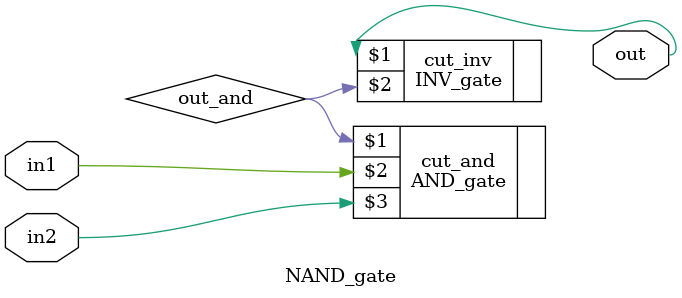
<source format=v>
`timescale 1ns/1ns

module NAND_gate(output out , input in1 , in2);
  wire out_and;
  
  AND_gate cut_and(out_and , in1 , in2);
  INV_gate cut_inv(out , out_and);
  
endmodule

</source>
